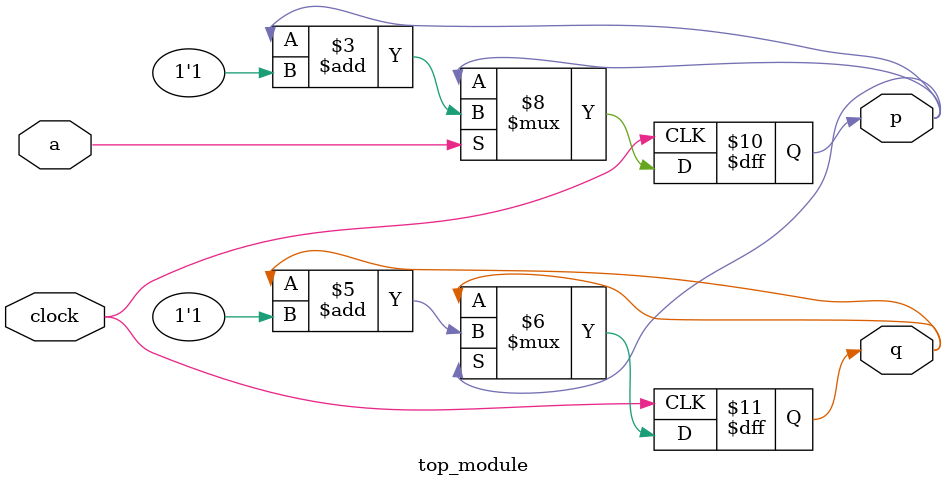
<source format=sv>
module top_module (
	input clock,
	input a, 
	output reg p,
	output reg q
);
	
	always@(posedge clock) begin
		if (a == 1'b1)
			p <= p + 1'b1;
		if (p == 1'b1)
			q <= q + 1'b1;
		end
	
endmodule

</source>
